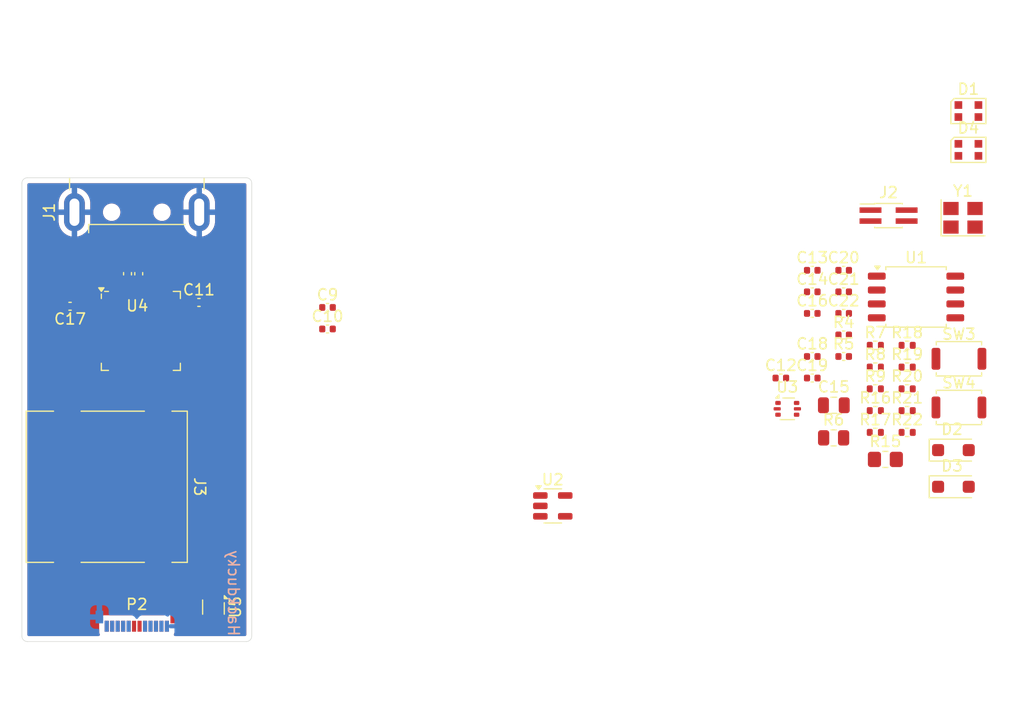
<source format=kicad_pcb>
(kicad_pcb (version 20241229) (generator "pcbnew") (generator_version "9.0")
  (layers (0 "F.Cu" signal) (2 "B.Cu" signal) (13 "F.Paste" user) (15 "B.Paste" user) (5 "F.SilkS" user "F.Silkscreen") (7 "B.SilkS" user "B.Silkscreen") (1 "F.Mask" user) (3 "B.Mask" user) (25 "Edge.Cuts" user))
  (net 0 "")
  (net 1 "GND")
  (net 2 "+1V1")
  (net 3 "+3V3")
  (net 4 "X+")
  (net 5 "X-")
  (net 6 "+5V")
  (net 8 "GP25")
  (net 9 "D+")
  (net 10 "D-")
  (net 11 "Net-(J3-DAT1)")
  (net 12 "Net-(D2-A)")
  (net 13 "Net-(D3-A)")
  (net 14 "Net-(J3-DAT2)")
  (net 18 "Net-(P2-VCONN)")
  (net 19 "Net-(P2-CC)")
  (net 27 "Net-(U4-USB_DP)")
  (net 28 "QSPI_SS")
  (net 29 "Net-(R8-Pad1)")
  (net 30 "Net-(U4-USB_DM)")
  (net 31 "PUSH")
  (net 32 "QSPI_SD3")
  (net 33 "QSPI_SD0")
  (net 34 "QSPI_SD2")
  (net 35 "QSPI_SD1")
  (net 36 "QSPI_SCLK")
  (net 37 "GPIO23")
  (net 38 "GPIO26_ADC3")
  (net 39 "GPIO8")
  (net 40 "GPIO17")
  (net 41 "GPIO24")
  (net 42 "GPIO11")
  (net 43 "RUN")
  (net 44 "GPIO12")
  (net 45 "GPIO13")
  (net 46 "GPIO21")
  (net 47 "GPIO22")
  (net 48 "GPIO14")
  (net 49 "GPIO26_ADC0")
  (net 50 "SWD")
  (net 51 "GPIO9")
  (net 52 "GPIO6")
  (net 53 "GPIO26_ADC1")
  (net 54 "GPIO1")
  (net 55 "GPIO18")
  (net 56 "GPIO10")
  (net 57 "GPIO19")
  (net 58 "GPIO0")
  (net 59 "GPIO15")
  (net 60 "GPIO16")
  (net 61 "GPIO20")
  (net 62 "SWCLK")
  (net 63 "GPIO7")
  (net 64 "Net-(U2-EN)")
  (net 66 "DUPA-")
  (net 67 "DUPA+")
  (net 68 "SD_MISO")
  (net 69 "SD_MOSI")
  (net 70 "SD_CS")
  (net 71 "SD_CLK")
  (net 72 "DUPC-")
  (net 73 "DUPC+")
  (net 74 "Net-(C12-Pad1)")
  (footprint "Capacitor_SMD:C_0402_1005Metric" (layer "F.Cu") (at 145.835 79.06)
    (property "Reference" "C12" (at 0 -1.16 0) (layer "F.SilkS"))
    (property "Value" "15pF")
    (fp_line (start -0.107836 -0.36) (end 0.107836 -0.36) (stroke (width 0.12)) (layer "F.SilkS"))
    (fp_line (start -0.107836 0.36) (end 0.107836 0.36) (stroke (width 0.12)) (layer "F.SilkS"))
    (pad "1" smd roundrect (at -0.48 0) (size 0.56 0.62) (layers "F.Cu" "F.Mask" "F.Paste") (net 74 "Net-(C12-Pad1)"))
    (pad "2" smd roundrect (at 0.48 0) (size 0.56 0.62) (layers "F.Cu" "F.Mask" "F.Paste") (net 1 "GND"))
  )
  (footprint "Diode_SMD:D_SOD-123F" (layer "F.Cu") (at 161.6 89)
    (property "Reference" "D3" (at -0.127 -1.905 0) (layer "F.SilkS"))
    (property "Value" "MBR1020VL")
    (fp_line (start -2.21 -1) (end -2.21 1) (stroke (width 0.12)) (layer "F.SilkS"))
    (fp_line (start -2.21 -1) (end 1.65 -1) (stroke (width 0.12)) (layer "F.SilkS"))
    (fp_line (start -2.21 1) (end 1.65 1) (stroke (width 0.12)) (layer "F.SilkS"))
    (pad "1" smd roundrect (at -1.4 0) (size 1.1 1.1) (layers "F.Cu" "F.Mask" "F.Paste") (roundrect_rratio 0.2272727273) (net 6 "+5V"))
    (pad "2" smd roundrect (at 1.4 0) (size 1.1 1.1) (layers "F.Cu" "F.Mask" "F.Paste") (roundrect_rratio 0.2272727273) (net 13 "Net-(D3-A)"))
  )
  (footprint "Resistor_SMD:R_0402_1005Metric" (layer "F.Cu") (at 157.375 82.04)
    (property "Reference" "R21" (at 0 -1.17 0) (layer "F.SilkS"))
    (property "Value" "10k")
    (fp_line (start -0.153641 -0.38) (end 0.153641 -0.38) (stroke (width 0.12)) (layer "F.SilkS"))
    (fp_line (start -0.153641 0.38) (end 0.153641 0.38) (stroke (width 0.12)) (layer "F.SilkS"))
    (pad "1" smd roundrect (at -0.51 0) (size 0.54 0.64) (layers "F.Cu" "F.Mask" "F.Paste") (net 3 "+3V3"))
    (pad "2" smd roundrect (at 0.51 0) (size 0.54 0.64) (layers "F.Cu" "F.Mask" "F.Paste") (net 11 "Net-(J3-DAT1)"))
  )
  (footprint "Capacitor_SMD:C_0402_1005Metric" (layer "F.Cu") (at 80.9 72.5 180)
    (property "Reference" "C17" (at 0 -1.16 0) (layer "F.SilkS"))
    (property "Value" "100nF")
    (fp_line (start -0.107836 0.36) (end 0.107836 0.36) (stroke (width 0.12)) (layer "F.SilkS"))
    (fp_line (start -0.107836 -0.36) (end 0.107836 -0.36) (stroke (width 0.12)) (layer "F.SilkS"))
    (pad "1" smd roundrect (at -0.48 0 180) (size 0.56 0.62) (layers "F.Cu" "F.Mask" "F.Paste") (net 3 "+3V3"))
    (pad "2" smd roundrect (at 0.48 0 180) (size 0.56 0.62) (layers "F.Cu" "F.Mask" "F.Paste") (net 1 "GND"))
  )
  (footprint "Connector_PinHeader_1.00mm:PinHeader_2x02_P1.00mm_Vertical_SMD" (layer "F.Cu") (at 155.675 64.21)
    (property "Reference" "J2" (at 0 -2.11 0) (layer "F.SilkS"))
    (property "Value" "Conn_02x02_Top_Bottom")
    (fp_line (start -2.59 -1.06) (end -1.26 -1.06) (stroke (width 0.12)) (layer "F.SilkS"))
    (fp_line (start -1.26 -1.11) (end -1.26 -1.06) (stroke (width 0.12)) (layer "F.SilkS"))
    (fp_line (start -1.26 -1.11) (end 1.26 -1.11) (stroke (width 0.12)) (layer "F.SilkS"))
    (fp_line (start -1.26 1.06) (end -1.26 1.11) (stroke (width 0.12)) (layer "F.SilkS"))
    (fp_line (start -1.26 1.11) (end 1.26 1.11) (stroke (width 0.12)) (layer "F.SilkS"))
    (fp_line (start 1.26 -1.11) (end 1.26 -1.06) (stroke (width 0.12)) (layer "F.SilkS"))
    (fp_line (start 1.26 1.06) (end 1.26 1.11) (stroke (width 0.12)) (layer "F.SilkS"))
    (pad "1" smd rect (at -1.65 -0.5) (size 2 0.5) (layers "F.Cu" "F.Mask" "F.Paste") (net 37 "GPIO23"))
    (pad "2" smd rect (at 1.65 -0.5) (size 2 0.5) (layers "F.Cu" "F.Mask" "F.Paste") (net 47 "GPIO22"))
    (pad "3" smd rect (at -1.65 0.5) (size 2 0.5) (layers "F.Cu" "F.Mask" "F.Paste") (net 41 "GPIO24"))
    (pad "4" smd rect (at 1.65 0.5) (size 2 0.5) (layers "F.Cu" "F.Mask" "F.Paste") (net 46 "GPIO21"))
  )
  (footprint "Resistor_SMD:R_0805_2012Metric" (layer "F.Cu") (at 150.655 84.53)
    (property "Reference" "R6" (at 0 -1.65 0) (layer "F.SilkS"))
    (property "Value" "5.1K")
    (fp_line (start -0.227064 -0.735) (end 0.227064 -0.735) (stroke (width 0.12)) (layer "F.SilkS"))
    (fp_line (start -0.227064 0.735) (end 0.227064 0.735) (stroke (width 0.12)) (layer "F.SilkS"))
    (pad "1" smd roundrect (at -0.9125 0) (size 1.025 1.4) (layers "F.Cu" "F.Mask" "F.Paste") (roundrect_rratio 0.243902) (net 6 "+5V"))
    (pad "2" smd roundrect (at 0.9125 0) (size 1.025 1.4) (layers "F.Cu" "F.Mask" "F.Paste") (roundrect_rratio 0.243902) (net 64 "Net-(U2-EN)"))
  )
  (footprint "Resistor_SMD:R_0402_1005Metric" (layer "F.Cu") (at 154.465 76.07)
    (property "Reference" "R7" (at 0 -1.17 0) (layer "F.SilkS"))
    (property "Value" "27.4")
    (fp_line (start -0.153641 -0.38) (end 0.153641 -0.38) (stroke (width 0.12)) (layer "F.SilkS"))
    (fp_line (start -0.153641 0.38) (end 0.153641 0.38) (stroke (width 0.12)) (layer "F.SilkS"))
    (pad "1" smd roundrect (at -0.51 0) (size 0.54 0.64) (layers "F.Cu" "F.Mask" "F.Paste") (net 27 "Net-(U4-USB_DP)"))
    (pad "2" smd roundrect (at 0.51 0) (size 0.54 0.64) (layers "F.Cu" "F.Mask" "F.Paste") (net 9 "D+"))
  )
  (footprint "Diode_SMD:D_SOD-123F" (layer "F.Cu") (at 161.6 85.65)
    (property "Reference" "D2" (at -0.127 -1.905 0) (layer "F.SilkS"))
    (property "Value" "MBR1020VL")
    (fp_line (start -2.21 -1) (end -2.21 1) (stroke (width 0.12)) (layer "F.SilkS"))
    (fp_line (start -2.21 -1) (end 1.65 -1) (stroke (width 0.12)) (layer "F.SilkS"))
    (fp_line (start -2.21 1) (end 1.65 1) (stroke (width 0.12)) (layer "F.SilkS"))
    (pad "1" smd roundrect (at -1.4 0) (size 1.1 1.1) (layers "F.Cu" "F.Mask" "F.Paste") (roundrect_rratio 0.2272727273) (net 6 "+5V"))
    (pad "2" smd roundrect (at 1.4 0) (size 1.1 1.1) (layers "F.Cu" "F.Mask" "F.Paste") (roundrect_rratio 0.2272727273) (net 12 "Net-(D2-A)"))
  )
  (footprint "Capacitor_SMD:C_0402_1005Metric" (layer "F.Cu") (at 151.575 73.15)
    (property "Reference" "C22" (at 0 -1.16 0) (layer "F.SilkS"))
    (property "Value" "100n")
    (fp_line (start -0.107836 -0.36) (end 0.107836 -0.36) (stroke (width 0.12)) (layer "F.SilkS"))
    (fp_line (start -0.107836 0.36) (end 0.107836 0.36) (stroke (width 0.12)) (layer "F.SilkS"))
    (pad "1" smd roundrect (at -0.48 0) (size 0.56 0.62) (layers "F.Cu" "F.Mask" "F.Paste") (net 3 "+3V3"))
    (pad "2" smd roundrect (at 0.48 0) (size 0.56 0.62) (layers "F.Cu" "F.Mask" "F.Paste") (net 1 "GND"))
  )
  (footprint "Button_Switch_SMD:SW_Push_SPST_NO_Alps_SKRK" (layer "F.Cu") (at 162.105 77.3)
    (property "Reference" "SW3" (at 0 -2.25 0) (layer "F.SilkS"))
    (property "Value" "BOOT_SEL")
    (fp_line (start -2.07 -1.57) (end 2.07 -1.57) (stroke (width 0.12)) (layer "F.SilkS"))
    (fp_line (start -2.07 -1.27) (end -2.07 -1.57) (stroke (width 0.12)) (layer "F.SilkS"))
    (fp_line (start -2.07 1.57) (end -2.07 1.27) (stroke (width 0.12)) (layer "F.SilkS"))
    (fp_line (start 2.07 -1.57) (end 2.07 -1.27) (stroke (width 0.12)) (layer "F.SilkS"))
    (fp_line (start 2.07 1.27) (end 2.07 1.57) (stroke (width 0.12)) (layer "F.SilkS"))
    (fp_line (start 2.07 1.57) (end -2.07 1.57) (stroke (width 0.12)) (layer "F.SilkS"))
    (pad "1" smd roundrect (at -2.1 0) (size 0.8 2) (layers "F.Cu" "F.Mask" "F.Paste") (net 1 "GND"))
    (pad "2" smd roundrect (at 2.1 0) (size 0.8 2) (layers "F.Cu" "F.Mask" "F.Paste") (net 29 "Net-(R8-Pad1)"))
  )
  (footprint "Capacitor_SMD:C_0402_1005Metric" (layer "F.Cu") (at 151.575 69.21)
    (property "Reference" "C20" (at 0 -1.16 0) (layer "F.SilkS"))
    (property "Value" "100nF")
    (fp_line (start -0.107836 -0.36) (end 0.107836 -0.36) (stroke (width 0.12)) (layer "F.SilkS"))
    (fp_line (start -0.107836 0.36) (end 0.107836 0.36) (stroke (width 0.12)) (layer "F.SilkS"))
    (pad "1" smd roundrect (at -0.48 0) (size 0.56 0.62) (layers "F.Cu" "F.Mask" "F.Paste") (net 3 "+3V3"))
    (pad "2" smd roundrect (at 0.48 0) (size 0.56 0.62) (layers "F.Cu" "F.Mask" "F.Paste") (net 1 "GND"))
  )
  (footprint "Resistor_SMD:R_0402_1005Metric" (layer "F.Cu") (at 157.375 80.05)
    (property "Reference" "R20" (at 0 -1.17 0) (layer "F.SilkS"))
    (property "Value" "10k")
    (fp_line (start -0.153641 -0.38) (end 0.153641 -0.38) (stroke (width 0.12)) (layer "F.SilkS"))
    (fp_line (start -0.153641 0.38) (end 0.153641 0.38) (stroke (width 0.12)) (layer "F.SilkS"))
    (pad "1" smd roundrect (at -0.51 0) (size 0.54 0.64) (layers "F.Cu" "F.Mask" "F.Paste") (net 3 "+3V3"))
    (pad "2" smd roundrect (at 0.51 0) (size 0.54 0.64) (layers "F.Cu" "F.Mask" "F.Paste") (net 68 "SD_MISO"))
  )
  (footprint "Package_TO_SOT_SMD:SOT-666" (layer "F.Cu") (at 94 100 -90)
    (property "Reference" "U5" (at 0 -2 90) (layer "F.SilkS"))
    (property "Value" "USBLC6-2P6")
    (fp_line (start 0.65 0.99) (end -0.65 0.99) (stroke (width 0.12)) (layer "F.SilkS"))
    (fp_line (start 0.65 -0.99) (end -0.4 -0.99) (stroke (width 0.12)) (layer "F.SilkS"))
    (fp_poly (pts (xy -0.77 -0.99) (xy -1.05 -0.99) (xy -0.77 -1.27) (xy -0.77 -0.99)) (stroke (width 0.12)) (fill yes) (layer "F.SilkS"))
    (pad "1" smd roundrect (at -0.85 -0.5375 270) (size 0.5 0.375) (layers "F.Cu" "F.Mask" "F.Paste") (net 9 "D+"))
    (pad "2" smd roundrect (at -0.925 0 270) (size 0.65 0.3) (layers "F.Cu" "F.Mask" "F.Paste") (net 1 "GND"))
    (pad "3" smd roundrect (at -0.85 0.5375 270) (size 0.5 0.375) (layers "F.Cu" "F.Mask" "F.Paste") (net 73 "DUPC+"))
    (pad "4" smd roundrect (at 0.85 0.5375 270) (size 0.5 0.375) (layers "F.Cu" "F.Mask" "F.Paste") (net 72 "DUPC-"))
    (pad "5" smd roundrect (at 0.925 0 270) (size 0.65 0.3) (layers "F.Cu" "F.Mask" "F.Paste") (net 6 "+5V"))
    (pad "6" smd roundrect (at 0.85 -0.5375 270) (size 0.5 0.375) (layers "F.Cu" "F.Mask" "F.Paste") (net 10 "D-"))
  )
  (footprint "Connector_Card:microSD_HC_Molex_47219-2001" (layer "F.Cu") (at 84.25 89 -90)
    (property "Reference" "J3" (at 0 -8.5 270) (layer "F.SilkS"))
    (property "Value" "Micro_SD_Card")
    (fp_line (start -6.91 7.36) (end 6.91 7.36) (stroke (width 0.12)) (layer "F.SilkS"))
    (fp_line (start -6.91 4.86) (end -6.91 7.36) (stroke (width 0.12)) (layer "F.SilkS"))
    (fp_line (start 6.91 4.86) (end 6.91 7.36) (stroke (width 0.12)) (layer "F.SilkS"))
    (fp_line (start -6.91 2.34) (end -6.91 -3.44) (stroke (width 0.12)) (layer "F.SilkS"))
    (fp_line (start 6.91 -3.44) (end 6.91 2.34) (stroke (width 0.12)) (layer "F.SilkS"))
    (fp_line (start -6.91 -7.36) (end -6.91 -5.96) (stroke (width 0.12)) (layer "F.SilkS"))
    (fp_line (start -6.91 -7.36) (end 6.91 -7.36) (stroke (width 0.12)) (layer "F.SilkS"))
    (fp_line (start 6.91 -7.36) (end 6.91 -5.96) (stroke (width 0.12)) (layer "F.SilkS"))
    (pad "1" smd rect (at -3.205 -2.1 270) (size 0.8 1.5) (layers "F.Cu" "F.Mask" "F.Paste") (net 14 "Net-(J3-DAT2)"))
    (pad "2" smd rect (at -2.105 -2.1 270) (size 0.8 1.5) (layers "F.Cu" "F.Mask" "F.Paste") (net 70 "SD_CS"))
    (pad "3" smd rect (at -1.005 -2.1 270) (size 0.8 1.5) (layers "F.Cu" "F.Mask" "F.Paste") (net 69 "SD_MOSI"))
    (pad "4" smd rect (at 0.095 -2.1 270) (size 0.8 1.5) (layers "F.Cu" "F.Mask" "F.Paste") (net 3 "+3V3"))
    (pad "5" smd rect (at 1.195 -2.1 270) (size 0.8 1.5) (layers "F.Cu" "F.Mask" "F.Paste") (net 71 "SD_CLK"))
    (pad "6" smd rect (at 2.295 -2.1 270) (size 0.8 1.5) (layers "F.Cu" "F.Mask" "F.Paste") (net 1 "GND"))
    (pad "7" smd rect (at 3.395 -2.1 270) (size 0.8 1.5) (layers "F.Cu" "F.Mask" "F.Paste") (net 68 "SD_MISO"))
    (pad "8" smd rect (at 4.495 -2.1 270) (size 0.8 1.5) (layers "F.Cu" "F.Mask" "F.Paste") (net 11 "Net-(J3-DAT1)"))
    (pad "9" smd roundrect (at -6.875 -4.7 270) (size 1.45 2) (layers "F.Cu" "F.Mask" "F.Paste") (net 1 "GND"))
    (pad "9" smd roundrect (at -6.875 3.6 270) (size 1.45 2) (layers "F.Cu" "F.Mask" "F.Paste") (net 1 "GND"))
    (pad "9" smd roundrect (at 6.875 -4.7 270) (size 1.45 2) (layers "F.Cu" "F.Mask" "F.Paste") (net 1 "GND"))
    (pad "9" smd roundrect (at 6.875 3.6 270) (size 1.45 2) (layers "F.Cu" "F.Mask" "F.Paste") (net 1 "GND"))
  )
  (footprint "Capacitor_SMD:C_0402_1005Metric" (layer "F.Cu") (at 151.575 71.18)
    (property "Reference" "C21" (at 0 -1.16 0) (layer "F.SilkS"))
    (property "Value" "100nF")
    (fp_line (start -0.107836 -0.36) (end 0.107836 -0.36) (stroke (width 0.12)) (layer "F.SilkS"))
    (fp_line (start -0.107836 0.36) (end 0.107836 0.36) (stroke (width 0.12)) (layer "F.SilkS"))
    (pad "1" smd roundrect (at -0.48 0) (size 0.56 0.62) (layers "F.Cu" "F.Mask" "F.Paste") (net 3 "+3V3"))
    (pad "2" smd roundrect (at 0.48 0) (size 0.56 0.62) (layers "F.Cu" "F.Mask" "F.Paste") (net 1 "GND"))
  )
  (footprint "Capacitor_SMD:C_0402_1005Metric" (layer "F.Cu") (at 148.705 69.21)
    (property "Reference" "C13" (at 0 -1.16 0) (layer "F.SilkS"))
    (property "Value" "15pF")
    (fp_line (start -0.107836 -0.36) (end 0.107836 -0.36) (stroke (width 0.12)) (layer "F.SilkS"))
    (fp_line (start -0.107836 0.36) (end 0.107836 0.36) (stroke (width 0.12)) (layer "F.SilkS"))
    (pad "1" smd roundrect (at -0.48 0) (size 0.56 0.62) (layers "F.Cu" "F.Mask" "F.Paste") (net 4 "X+"))
    (pad "2" smd roundrect (at 0.48 0) (size 0.56 0.62) (layers "F.Cu" "F.Mask" "F.Paste") (net 1 "GND"))
  )
  (footprint "Connector_USB:USB_C_Plug_Molex_105444" (layer "F.Cu") (at 87 101.79 180)
    (property "Reference" "P2" (at 0 2.04 0) (layer "F.SilkS"))
    (property "Value" "USB_C_Plug")
    (pad "A1" smd rect (at -2.75 0.04 180) (size 0.38 1) (layers "F.Cu" "F.Mask" "F.Paste") (net 1 "GND"))
    (pad "A2" smd rect (at -2.25 0.04 180) (size 0.38 1) (layers "F.Cu" "F.Mask" "F.Paste"))
    (pad "A3" smd rect (at -1.75 0.04 180) (size 0.38 1) (layers "F.Cu" "F.Mask" "F.Paste"))
    (pad "A4" smd rect (at -1.25 0.04 180) (size 0.38 1) (layers "F.Cu" "F.Mask" "F.Paste") (net 12 "Net-(D2-A)"))
    (pad "A5" smd rect (at -0.75 0.04 180) (size 0.38 1) (layers "F.Cu" "F.Mask" "F.Paste") (net 19 "Net-(P2-CC)"))
    (pad "A6" smd rect (at -0.25 0.04 180) (size 0.38 1) (layers "F.Cu" "F.Mask" "F.Paste") (net 73 "DUPC+"))
    (pad "A7" smd rect (at 0.25 0.04 180) (size 0.38 1) (layers "F.Cu" "F.Mask" "F.Paste") (net 72 "DUPC-"))
    (pad "A8" smd rect (at 0.75 0.04 180) (size 0.38 1) (layers "F.Cu" "F.Mask" "F.Paste"))
    (pad "A9" smd rect (at 1.25 0.04 180) (size 0.38 1) (layers "F.Cu" "F.Mask" "F.Paste") (net 12 "Net-(D2-A)"))
    (pad "A10" smd rect (at 1.75 0.04 180) (size 0.38 1) (layers "F.Cu" "F.Mask" "F.Paste"))
    (pad "A11" smd rect (at 2.25 0.04 180) (size 0.38 1) (layers "F.Cu" "F.Mask" "F.Paste"))
    (pad "A12" smd rect (at 2.75 0.04 180) (size 0.38 1) (layers "F.Cu" "F.Mask" "F.Paste") (net 1 "GND"))
    (pad "B1" smd rect (at 2.75 0.04 180) (size 0.38 1) (layers "B.Cu" "B.Mask" "B.Paste") (net 1 "GND"))
    (pad "B2" smd rect (at 2.25 0.04 180) (size 0.38 1) (layers "B.Cu" "B.Mask" "B.Paste"))
    (pad "B3" smd rect (at 1.75 0.04 180) (size 0.38 1) (layers "B.Cu" "B.Mask" "B.Paste"))
    (pad "B4" smd rect (at 1.25 0.04 180) (size 0.38 1) (layers "B.Cu" "B.Mask" "B.Paste") (net 12 "Net-(D2-A)"))
    (pad "B5" smd rect (at 0.75 0.04 180) (size 0.38 1) (layers "B.Cu" "B.Mask" "B.Paste") (net 18 "Net-(P2-VCONN)"))
    (pad "B8" smd rect (at -0.75 0.04 180) (size 0.38 1) (layers "B.Cu" "B.Mask" "B.Paste"))
    (pad "B9" smd rect (at -1.25 0.04 180) (size 0.38 1) (layers "B.Cu" "B.Mask" "B.Paste") (net 12 "Net-(D2-A)"))
    (pad "B10" smd rect (at -1.75 0.04 180) (size 0.38 1) (layers "B.Cu" "B.Mask" "B.Paste"))
    (pad "B11" smd rect (at -2.25 0.04 180) (size 0.38 1) (layers "B.Cu" "B.Mask" "B.Paste"))
    (pad "B12" smd rect (at -2.75 0.04 180) (size 0.38 1) (layers "B.Cu" "B.Mask" "B.Paste") (net 1 "GND"))
    (pad "S1" smd rect (at -3.42 0.88 180) (size 0.7 1.15) (layers "F.Cu" "F.Mask" "F.Paste") (net 1 "GND"))
    (pad "S1" smd rect (at 3.42 0.88 180) (size 0.7 1.15) (layers "B.Cu" "B.Mask" "B.Paste") (net 1 "GND"))
  )
  (footprint "Resistor_SMD:R_0402_1005Metric" (layer "F.Cu") (at 154.465 84.03)
    (property "Reference" "R17" (at 0 -1.17 0) (layer "F.SilkS"))
    (property "Value" "10k")
    (fp_line (start -0.153641 -0.38) (end 0.153641 -0.38) (stroke (width 0.12)) (layer "F.SilkS"))
    (fp_line (start -0.153641 0.38) (end 0.153641 0.38) (stroke (width 0.12)) (layer "F.SilkS"))
    (pad "1" smd roundrect (at -0.51 0) (size 0.54 0.64) (layers "F.Cu" "F.Mask" "F.Paste") (net 3 "+3V3"))
    (pad "2" smd roundrect (at 0.51 0) (size 0.54 0.64) (layers "F.Cu" "F.Mask" "F.Paste") (net 70 "SD_CS"))
  )
  (footprint "Capacitor_SMD:C_0402_1005Metric" (layer "F.Cu") (at 92.675 72.15)
    (property "Reference" "C11" (at 0 -1.16 0) (layer "F.SilkS"))
    (property "Value" "100nF")
    (fp_line (start -0.107836 -0.36) (end 0.107836 -0.36) (stroke (width 0.12)) (layer "F.SilkS"))
    (fp_line (start -0.107836 0.36) (end 0.107836 0.36) (stroke (width 0.12)) (layer "F.SilkS"))
    (pad "1" smd roundrect (at -0.48 0) (size 0.56 0.62) (layers "F.Cu" "F.Mask" "F.Paste") (net 3 "+3V3"))
    (pad "2" smd roundrect (at 0.48 0) (size 0.56 0.62) (layers "F.Cu" "F.Mask" "F.Paste") (net 1 "GND"))
  )
  (footprint "Crystal:Crystal_SMD_Abracon_ABM8G-4Pin_3.2x2.5mm" (layer "F.Cu") (at 162.475 64.41)
    (property "Reference" "Y1" (at 0 -2.45 0) (layer "F.SilkS"))
    (property "Value" "Crystal_GND24")
    (fp_line (start -2 -1.65) (end -2 1.65) (stroke (width 0.12)) (layer "F.SilkS"))
    (fp_line (start -2 1.65) (end 2 1.65) (stroke (width 0.12)) (layer "F.SilkS"))
    (pad "1" smd rect (at -1.1 0.85) (size 1.4 1.2) (layers "F.Cu" "F.Mask" "F.Paste") (net 4 "X+"))
    (pad "2" smd rect (at 1.1 0.85) (size 1.4 1.2) (layers "F.Cu" "F.Mask" "F.Paste") (net 1 "GND"))
    (pad "3" smd rect (at 1.1 -0.85) (size 1.4 1.2) (layers "F.Cu" "F.Mask" "F.Paste") (net 74 "Net-(C12-Pad1)"))
    (pad "4" smd rect (at -1.1 -0.85) (size 1.4 1.2) (layers "F.Cu" "F.Mask" "F.Paste") (net 1 "GND"))
  )
  (footprint "LED_SMD:LED_WS2812B-2020_PLCC4_2.0x2.0mm" (layer "F.Cu") (at 162.97 58.2)
    (property "Reference" "D4" (at 0 -2 0) (layer "F.SilkS"))
    (property "Value" "WS2812B")
    (fp_line (start -1.6 1.15) (end -1.6 -0.85) (stroke (width 0.12)) (layer "F.SilkS"))
    (fp_line (start -1.6 1.15) (end 1.6 1.15) (stroke (width 0.12)) (layer "F.SilkS"))
    (fp_line (start -1.3 -1.15) (end -1.6 -0.85) (stroke (width 0.12)) (layer "F.SilkS"))
    (fp_line (start -1.3 -1.15) (end 1.6 -1.15) (stroke (width 0.12)) (layer "F.SilkS"))
    (fp_line (start 1.6 -1.15) (end 1.6 1.15) (stroke (width 0.12)) (layer "F.SilkS"))
    (pad "1" smd rect (at -0.915 -0.55) (size 0.7 0.7) (layers "F.Cu" "F.Mask" "F.Paste") (net 1 "GND"))
    (pad "2" smd rect (at -0.915 0.55) (size 0.7 0.7) (layers "F.Cu" "F.Mask" "F.Paste") (net 42 "GPIO11"))
    (pad "3" smd rect (at 0.915 0.55) (size 0.7 0.7) (layers "F.Cu" "F.Mask" "F.Paste") (net 6 "+5V"))
    (pad "4" smd rect (at 0.915 -0.55) (size 0.7 0.7) (layers "F.Cu" "F.Mask" "F.Paste"))
  )
  (footprint "Connector_USB:USB_A_CNCTech_1001-011-01101_Horizontal" (layer "F.Cu") (at 87 57 90)
    (property "Reference" "J1" (at -6.9 -8 90) (layer "F.SilkS"))
    (property "Value" "USB_A")
    (fp_line (start -4.85 -6.145) (end -3.8 -6.145) (stroke (width 0.12)) (layer "F.SilkS"))
    (fp_line (start -8.02 -4.4) (end -8.775 -4.4) (stroke (width 0.12)) (layer "F.SilkS"))
    (fp_line (start -8.02 -4.4) (end -8.02 4.4) (stroke (width 0.12)) (layer "F.SilkS"))
    (fp_line (start -4.85 6.145) (end -3.8 6.145) (stroke (width 0.12)) (layer "F.SilkS"))
    (pad "" np_thru_hole circle (at -6.9 -2.3 90) (size 1.1 1.1) (drill 1.1) (layers "*.Cu" "*.Mask"))
    (pad "" np_thru_hole circle (at -6.9 2.3 90) (size 1.1 1.1) (drill 1.1) (layers "*.Cu" "*.Mask"))
    (pad "1" smd rect (at -9.65 -3.5 90) (size 2.5 1.1) (layers "F.Cu" "F.Mask" "F.Paste") (net 13 "Net-(D3-A)"))
    (pad "2" smd rect (at -9.65 -1 90) (size 2.5 1.1) (layers "F.Cu" "F.Mask" "F.Paste") (net 66 "DUPA-"))
    (pad "3" smd rect (at -9.65 1 90) (size 2.5 1.1) (layers "F.Cu" "F.Mask" "F.Paste") (net 67 "DUPA+"))
    (pad "4" smd rect (at -9.65 3.5 90) (size 2.5 1.1) (layers "F.Cu" "F.Mask" "F.Paste") (net 1 "GND"))
    (pad "5" thru_hole oval (at -6.9 -5.7 90) (size 3.5 1.9) (drill oval 2.5 0.9) (property pad_prop_heatsink) (layers "*.Cu" "*.Mask") (net 1 "GND"))
    (pad "5" thru_hole oval (at -6.9 5.7 90) (size 3.5 1.9) (drill oval 2.5 0.9) (property pad_prop_heatsink) (layers "*.Cu" "*.Mask") (net 1 "GND"))
  )
  (footprint "Capacitor_SMD:C_0402_1005Metric" (layer "F.Cu") (at 151.575 75.12)
    (property "Reference" "R4" (at 0 -1.16 0) (layer "F.SilkS"))
    (property "Value" "5.1K")
    (fp_line (start -0.107836 -0.36) (end 0.107836 -0.36) (stroke (width 0.12)) (layer "F.SilkS"))
    (fp_line (start -0.107836 0.36) (end 0.107836 0.36) (stroke (width 0.12)) (layer "F.SilkS"))
    (pad "1" smd roundrect (at -0.48 0) (size 0.56 0.62) (layers "F.Cu" "F.Mask" "F.Paste") (net 19 "Net-(P2-CC)"))
    (pad "2" smd roundrect (at 0.48 0) (size 0.56 0.62) (layers "F.Cu" "F.Mask" "F.Paste") (net 1 "GND"))
  )
  (footprint "Resistor_SMD:R_0805_2012Metric_Pad1.20x1.40mm_HandSolder" (layer "F.Cu") (at 155.385 86.5)
    (property "Reference" "R15" (at 0 -1.65 0) (layer "F.SilkS"))
    (property "Value" "DNF")
    (fp_line (start -0.227064 -0.735) (end 0.227064 -0.735) (stroke (width 0.12)) (layer "F.SilkS"))
    (fp_line (start -0.227064 0.735) (end 0.227064 0.735) (stroke (width 0.12)) (layer "F.SilkS"))
    (pad "1" smd roundrect (at -1 0) (size 1.2 1.4) (layers "F.Cu" "F.Mask" "F.Paste") (roundrect_rratio 0.208333) (net 3 "+3V3"))
    (pad "2" smd roundrect (at 1 0) (size 1.2 1.4) (layers "F.Cu" "F.Mask" "F.Paste") (roundrect_rratio 0.208333) (net 28 "QSPI_SS"))
  )
  (footprint "Capacitor_SMD:C_0402_1005Metric" (layer "F.Cu") (at 104.42 74.575)
    (property "Reference" "C10" (at 0 -1.16 0) (layer "F.SilkS"))
    (property "Value" "1uF")
    (fp_line (start -0.107836 -0.36) (end 0.107836 -0.36) (stroke (width 0.12)) (layer "F.SilkS"))
    (fp_line (start -0.107836 0.36) (end 0.107836 0.36) (stroke (width 0.12)) (layer "F.SilkS"))
    (pad "1" smd roundrect (at -0.48 0) (size 0.56 0.62) (layers "F.Cu" "F.Mask" "F.Paste") (net 3 "+3V3"))
    (pad "2" smd roundrect (at 0.48 0) (size 0.56 0.62) (layers "F.Cu" "F.Mask" "F.Paste") (net 1 "GND"))
  )
  (footprint "LED_SMD:LED_WS2812B-2020_PLCC4_2.0x2.0mm" (layer "F.Cu") (at 162.97 54.65)
    (property "Reference" "D1" (at 0 -2 0) (layer "F.SilkS"))
    (property "Value" "WS2812B")
    (fp_line (start -1.6 1.15) (end -1.6 -0.85) (stroke (width 0.12)) (layer "F.SilkS"))
    (fp_line (start -1.6 1.15) (end 1.6 1.15) (stroke (width 0.12)) (layer "F.SilkS"))
    (fp_line (start -1.3 -1.15) (end -1.6 -0.85) (stroke (width 0.12)) (layer "F.SilkS"))
    (fp_line (start -1.3 -1.15) (end 1.6 -1.15) (stroke (width 0.12)) (layer "F.SilkS"))
    (fp_line (start 1.6 -1.15) (end 1.6 1.15) (stroke (width 0.12)) (layer "F.SilkS"))
    (pad "1" smd rect (at -0.915 -0.55) (size 0.7 0.7) (layers "F.Cu" "F.Mask" "F.Paste") (net 1 "GND"))
    (pad "2" smd rect (at -0.915 0.55) (size 0.7 0.7) (layers "F.Cu" "F.Mask" "F.Paste") (net 8 "GP25"))
    (pad "3" smd rect (at 0.915 0.55) (size 0.7 0.7) (layers "F.Cu" "F.Mask" "F.Paste") (net 6 "+5V"))
    (pad "4" smd rect (at 0.915 -0.55) (size 0.7 0.7) (layers "F.Cu" "F.Mask" "F.Paste"))
  )
  (footprint "Capacitor_SMD:C_0805_2012Metric" (layer "F.Cu") (at 150.675 81.55)
    (property "Reference" "C15" (at 0 -1.68 0) (layer "F.SilkS"))
    (property "Value" "1uF")
    (fp_line (start -0.261252 -0.735) (end 0.261252 -0.735) (stroke (width 0.12)) (layer "F.SilkS"))
    (fp_line (start -0.261252 0.735) (end 0.261252 0.735) (stroke (width 0.12)) (layer "F.SilkS"))
    (pad "1" smd roundrect (at -0.95 0) (size 1 1.45) (layers "F.Cu" "F.Mask" "F.Paste") (net 1 "GND"))
    (pad "2" smd roundrect (at 0.95 0) (size 1 1.45) (layers "F.Cu" "F.Mask" "F.Paste") (net 3 "+3V3"))
  )
  (footprint "Capacitor_SMD:C_0402_1005Metric" (layer "F.Cu") (at 151.575 77.09)
    (property "Reference" "R5" (at 0 -1.16 0) (layer "F.SilkS"))
    (property "Value" "5.1K")
    (fp_line (start -0.107836 -0.36) (end 0.107836 -0.36) (stroke (width 0.12)) (layer "F.SilkS"))
    (fp_line (start -0.107836 0.36) (end 0.107836 0.36) (stroke (width 0.12)) (layer "F.SilkS"))
    (pad "1" smd roundrect (at -0.48 0) (size 0.56 0.62) (layers "F.Cu" "F.Mask" "F.Paste") (net 18 "Net-(P2-VCONN)"))
    (pad "2" smd roundrect (at 0.48 0) (size 0.56 0.62) (layers "F.Cu" "F.Mask" "F.Paste") (net 1 "GND"))
  )
  (footprint "Resistor_SMD:R_0402_1005Metric" (layer "F.Cu") (at 157.375 78.06)
    (property "Reference" "R19" (at 0 -1.17 0) (layer "F.SilkS"))
    (property "Value" "10k")
    (fp_line (start -0.153641 -0.38) (end 0.153641 -0.38) (stroke (width 0.12)) (layer "F.SilkS"))
    (fp_line (start -0.153641 0.38) (end 0.153641 0.38) (stroke (width 0.12)) (layer "F.SilkS"))
    (pad "1" smd roundrect (at -0.51 0) (size 0.54 0.64) (layers "F.Cu" "F.Mask" "F.Paste") (net 3 "+3V3"))
    (pad "2" smd roundrect (at 0.51 0) (size 0.54 0.64) (layers "F.Cu" "F.Mask" "F.Paste") (net 71 "SD_CLK"))
  )
  (footprint "Capacitor_SMD:C_0402_1005Metric" (layer "F.Cu") (at 148.705 79.06)
    (property "Reference" "C19" (at 0 -1.16 0) (layer "F.SilkS"))
    (property "Value" "100nF")
    (fp_line (start -0.107836 -0.36) (end 0.107836 -0.36) (stroke (width 0.12)) (layer "F.SilkS"))
    (fp_line (start -0.107836 0.36) (end 0.107836 0.36) (stroke (width 0.12)) (layer "F.SilkS"))
    (pad "1" smd roundrect (at -0.48 0) (size 0.56 0.62) (layers "F.Cu" "F.Mask" "F.Paste") (net 3 "+3V3"))
    (pad "2" smd roundrect (at 0.48 0) (size 0.56 0.62) (layers "F.Cu" "F.Mask" "F.Paste") (net 1 "GND"))
  )
  (footprint "Capacitor_SMD:C_0402_1005Metric" (layer "F.Cu") (at 104.42 72.605)
    (property "Reference" "C9" (at 0 -1.16 0) (layer "F.SilkS"))
    (property "Value" "1uF")
    (fp_line (start -0.107836 -0.36) (end 0.107836 -0.36) (stroke (width 0.12)) (layer "F.SilkS"))
    (fp_line (start -0.107836 0.36) (end 0.107836 0.36) (stroke (width 0.12)) (layer "F.SilkS"))
    (pad "1" smd roundrect (at -0.48 0) (size 0.56 0.62) (layers "F.Cu" "F.Mask" "F.Paste") (net 2 "+1V1"))
    (pad "2" smd roundrect (at 0.48 0) (size 0.56 0.62) (layers "F.Cu" "F.Mask" "F.Paste") (net 1 "GND"))
  )
  (footprint "Package_TO_SOT_SMD:SOT-23-5" (layer "F.Cu") (at 125 90.75)
    (property "Reference" "U2" (at 0 -2.4 0) (layer "F.SilkS"))
    (property "Value" "AP2112K-3.3")
    (fp_line (start 0 -1.56) (end -0.8 -1.56) (stroke (width 0.12)) (layer "F.SilkS"))
    (fp_line (start 0 -1.56) (end 0.8 -1.56) (stroke (width 0.12)) (layer "F.SilkS"))
    (fp_line (start 0 1.56) (end -0.8 1.56) (stroke (width 0.12)) (layer "F.SilkS"))
    (fp_line (start 0 1.56) (end 0.8 1.56) (stroke (width 0.12)) (layer "F.SilkS"))
    (fp_poly (pts (xy -1.3 -1.51) (xy -1.54 -1.84) (xy -1.06 -1.84)) (stroke (width 0.12)) (fill yes) (layer "F.SilkS"))
    (pad "1" smd roundrect (at -1.1375 -0.95) (size 1.325 0.6) (layers "F.Cu" "F.Mask" "F.Paste") (net 6 "+5V"))
    (pad "2" smd roundrect (at -1.1375 0) (size 1.325 0.6) (layers "F.Cu" "F.Mask" "F.Paste") (net 1 "GND"))
    (pad "3" smd roundrect (at -1.1375 0.95) (size 1.325 0.6) (layers "F.Cu" "F.Mask" "F.Paste") (net 64 "Net-(U2-EN)"))
    (pad "4" smd roundrect (at 1.1375 0.95) (size 1.325 0.6) (layers "F.Cu" "F.Mask" "F.Paste"))
    (pad "5" smd roundrect (at 1.1375 -0.95) (size 1.325 0.6) (layers "F.Cu" "F.Mask" "F.Paste") (net 3 "+3V3"))
  )
  (footprint "Button_Switch_SMD:SW_Push_SPST_NO_Alps_SKRK" (layer "F.Cu") (at 162.105 81.75)
    (property "Reference" "SW4" (at 0 -2.25 0) (layer "F.SilkS"))
    (property "Value" "BOOT_SEL")
    (fp_line (start -2.07 -1.57) (end 2.07 -1.57) (stroke (width 0.12)) (layer "F.SilkS"))
    (fp_line (start -2.07 -1.27) (end -2.07 -1.57) (stroke (width 0.12)) (layer "F.SilkS"))
    (fp_line (start -2.07 1.57) (end -2.07 1.27) (stroke (width 0.12)) (layer "F.SilkS"))
    (fp_line (start 2.07 -1.57) (end 2.07 -1.27) (stroke (width 0.12)) (layer "F.SilkS"))
    (fp_line (start 2.07 1.27) (end 2.07 1.57) (stroke (width 0.12)) (layer "F.SilkS"))
    (fp_line (start 2.07 1.57) (end -2.07 1.57) (stroke (width 0.12)) (layer "F.SilkS"))
    (pad "1" smd roundrect (at -2.1 0) (size 0.8 2) (layers "F.Cu" "F.Mask" "F.Paste") (net 1 "GND"))
    (pad "2" smd roundrect (at 2.1 0) (size 0.8 2) (layers "F.Cu" "F.Mask" "F.Paste") (net 58 "GPIO0"))
  )
  (footprint "Package_DFN_QFN:QFN-56-1EP_7x7mm_P0.4mm_EP3.2x3.2mm" (layer "F.Cu") (at 87.368629 74.75)
    (property "Reference" "U4" (at -0.326239 -2.290057 0) (layer "F.SilkS"))
    (property "Value" "RP2040")
    (fp_line (start -3.61 -2.960001) (end -3.61 -3.37) (stroke (width 0.12)) (layer "F.SilkS"))
    (fp_line (start -3.61 3.61) (end -3.61 2.960001) (stroke (width 0.12)) (layer "F.SilkS"))
    (fp_line (start -2.960001 -3.61) (end -3.31 -3.61) (stroke (width 0.12)) (layer "F.SilkS"))
    (fp_line (start -2.960001 3.61) (end -3.61 3.61) (stroke (width 0.12)) (layer "F.SilkS"))
    (fp_line (start 2.960001 -3.61) (end 3.61 -3.61) (stroke (width 0.12)) (layer "F.SilkS"))
    (fp_line (start 2.960001 3.61) (end 3.61 3.61) (stroke (width 0.12)) (layer "F.SilkS"))
    (fp_line (start 3.61 -3.61) (end 3.61 -2.960001) (stroke (width 0.12)) (layer "F.SilkS"))
    (fp_line (start 3.61 3.61) (end 3.61 2.960001) (stroke (width 0.12)) (layer "F.SilkS"))
    (fp_poly (pts (xy -3.61 -3.61) (xy -3.85 -3.94) (xy -3.37 -3.94)) (stroke (width 0.12)) (fill yes) (layer "F.SilkS"))
    (pad "1" smd roundrect (at -3.4375 -2.6) (size 0.875 0.2) (layers "F.Cu" "F.Mask" "F.Paste") (net 3 "+3V3"))
    (pad "2" smd roundrect (at -3.4375 -2.199999) (size 0.875 0.2) (layers "F.Cu" "F.Mask" "F.Paste") (net 58 "GPIO0"))
    (pad "3" smd roundrect (at -3.4375 -1.8) (size 0.875 0.2) (layers "F.Cu" "F.Mask" "F.Paste") (net 54 "GPIO1"))
    (pad "4" smd roundrect (at -3.4375 -1.4) (size 0.875 0.2) (layers "F.Cu" "F.Mask" "F.Paste") (net 71 "SD_CLK"))
    (pad "5" smd roundrect (at -3.4375 -1) (size 0.875 0.2) (layers "F.Cu" "F.Mask" "F.Paste") (net 69 "SD_MOSI"))
    (pad "6" smd roundrect (at -3.4375 -0.600001) (size 0.875 0.2) (layers "F.Cu" "F.Mask" "F.Paste") (net 68 "SD_MISO"))
    (pad "7" smd roundrect (at -3.4375 -0.2) (size 0.875 0.2) (layers "F.Cu" "F.Mask" "F.Paste") (net 70 "SD_CS"))
    (pad "8" smd roundrect (at -3.4375 0.2) (size 0.875 0.2) (layers "F.Cu" "F.Mask" "F.Paste") (net 52 "GPIO6"))
    (pad "9" smd roundrect (at -3.4375 0.600001) (size 0.875 0.2) (layers "F.Cu" "F.Mask" "F.Paste") (net 63 "GPIO7"))
    (pad "10" smd roundrect (at -3.4375 1) (size 0.875 0.2) (layers "F.Cu" "F.Mask" "F.Paste") (net 3 "+3V3"))
    (pad "11" smd roundrect (at -3.4375 1.4) (size 0.875 0.2) (layers "F.Cu" "F.Mask" "F.Paste") (net 39 "GPIO8"))
    (pad "12" smd roundrect (at -3.4375 1.8) (size 0.875 0.2) (layers "F.Cu" "F.Mask" "F.Paste") (net 51 "GPIO9"))
    (pad "13" smd roundrect (at -3.4375 2.199999) (size 0.875 0.2) (layers "F.Cu" "F.Mask" "F.Paste") (net 56 "GPIO10"))
    (pad "14" smd roundrect (at -3.4375 2.6) (size 0.875 0.2) (layers "F.Cu" "F.Mask" "F.Paste") (net 42 "GPIO11"))
    (pad "15" smd roundrect (at -2.6 3.4375) (size 0.2 0.875) (layers "F.Cu" "F.Mask" "F.Paste") (net 44 "GPIO12"))
    (pad "16" smd roundrect (at -2.199999 3.4375) (size 0.2 0.875) (layers "F.Cu" "F.Mask" "F.Paste") (net 45 "GPIO13"))
    (pad "17" smd roundrect (at -1.8 3.4375) (size 0.2 0.875) (layers "F.Cu" "F.Mask" "F.Paste") (net 48 "GPIO14"))
    (pad "18" smd roundrect (at -1.4 3.4375) (size 0.2 0.875) (layers "F.Cu" "F.Mask" "F.Paste") (net 59 "GPIO15"))
    (pad "19" smd roundrect (at -1 3.4375) (size 0.2 0.875) (layers "F.Cu" "F.Mask" "F.Paste") (net 1 "GND"))
    (pad "20" smd roundrect (at -0.600001 3.4375) (size 0.2 0.875) (layers "F.Cu" "F.Mask" "F.Paste") (net 4 "X+"))
    (pad "21" smd roundrect (at -0.2 3.4375) (size 0.2 0.875) (layers "F.Cu" "F.Mask" "F.Paste") (net 5 "X-"))
    (pad "22" smd roundrect (at 0.2 3.4375) (size 0.2 0.875) (layers "F.Cu" "F.Mask" "F.Paste") (net 3 "+3V3"))
    (pad "23" smd roundrect (at 0.600001 3.4375) (size 0.2 0.875) (layers "F.Cu" "F.Mask" "F.Paste") (net 2 "+1V1"))
    (pad "24" smd roundrect (at 1 3.4375) (size 0.2 0.875) (layers "F.Cu" "F.Mask" "F.Paste") (net 62 "SWCLK"))
    (pad "25" smd roundrect (at 1.4 3.4375) (size 0.2 0.875) (layers "F.Cu" "F.Mask" "F.Paste") (net 50 "SWD"))
    (pad "26" smd roundrect (at 1.8 3.4375) (size 0.2 0.875) (layers "F.Cu" "F.Mask" "F.Paste") (net 43 "RUN"))
    (pad "27" smd roundrect (at 2.199999 3.4375) (size 0.2 0.875) (layers "F.Cu" "F.Mask" "F.Paste") (net 60 "GPIO16"))
    (pad "28" smd roundrect (at 2.6 3.4375) (size 0.2 0.875) (layers "F.Cu" "F.Mask" "F.Paste") (net 40 "GPIO17"))
    (pad "29" smd roundrect (at 3.4375 2.6) (size 0.875 0.2) (layers "F.Cu" "F.Mask" "F.Paste") (net 55 "GPIO18"))
    (pad "30" smd roundrect (at 3.4375 2.199999) (size 0.875 0.2) (layers "F.Cu" "F.Mask" "F.Paste") (net 57 "GPIO19"))
    (pad "31" smd roundrect (at 3.4375 1.8) (size 0.875 0.2) (layers "F.Cu" "F.Mask" "F.Paste") (net 61 "GPIO20"))
    (pad "32" smd roundrect (at 3.4375 1.4) (size 0.875 0.2) (layers "F.Cu" "F.Mask" "F.Paste") (net 46 "GPIO21"))
    (pad "33" smd roundrect (at 3.4375 1) (size 0.875 0.2) (layers "F.Cu" "F.Mask" "F.Paste") (net 3 "+3V3"))
    (pad "34" smd roundrect (at 3.4375 0.600001) (size 0.875 0.2) (layers "F.Cu" "F.Mask" "F.Paste") (net 47 "GPIO22"))
    (pad "35" smd roundrect (at 3.4375 0.2) (size 0.875 0.2) (layers "F.Cu" "F.Mask" "F.Paste") (net 37 "GPIO23"))
    (pad "36" smd roundrect (at 3.4375 -0.2) (size 0.875 0.2) (layers "F.Cu" "F.Mask" "F.Paste") (net 41 "GPIO24"))
    (pad "37" smd roundrect (at 3.4375 -0.600001) (size 0.875 0.2) (layers "F.Cu" "F.Mask" "F.Paste") (net 8 "GP25"))
    (pad "38" smd roundrect (at 3.4375 -1) (size 0.875 0.2) (layers "F.Cu" "F.Mask" "F.Paste") (net 49 "GPIO26_ADC0"))
    (pad "39" smd roundrect (at 3.4375 -1.4) (size 0.875 0.2) (layers "F.Cu" "F.Mask" "F.Paste") (net 53 "GPIO26_ADC1"))
    (pad "40" smd roundrect (at 3.4375 -1.8) (size 0.875 0.2) (layers "F.Cu" "F.Mask" "F.Paste") (net 31 "PUSH"))
    (pad "41" smd roundrect (at 3.4375 -2.199999) (size 0.875 0.2) (layers "F.Cu" "F.Mask" "F.Paste") (net 38 "GPIO26_ADC3"))
    (pad "42" smd roundrect (at 3.4375 -2.6) (size 0.875 0.2) (layers "F.Cu" "F.Mask" "F.Paste") (net 3 "+3V3"))
    (pad "43" smd roundrect (at 2.6 -3.4375) (size 0.2 0.875) (layers "F.Cu" "F.Mask" "F.Paste") (net 3 "+3V3"))
    (pad "44" smd roundrect (at 2.199999 -3.4375) (size 0.2 0.875) (layers "F.Cu" "F.Mask" "F.Paste") (net 3 "+3V3"))
    (pad "45" smd roundrect (at 1.8 -3.4375) (size 0.2 0.875) (layers "F.Cu" "F.Mask" "F.Paste") (net 2 "+1V1"))
    (pad "46" smd roundrect (at 1.4 -3.4375) (size 0.2 0.875) (layers "F.Cu" "F.Mask" "F.Paste") (net 30 "Net-(U4-USB_DM)"))
    (pad "47" smd roundrect (at 1 -3.4375) (size 0.2 0.875) (layers "F.Cu" "F.Mask" "F.Paste") (net 27 "Net-(U4-USB_DP)"))
    (pad "48" smd roundrect (at 0.600001 -3.4375) (size 0.2 0.875) (layers "F.Cu" "F.Mask" "F.Paste") (net 3 "+3V3"))
    (pad "49" smd roundrect (at 0.2 -3.4375) (size 0.2 0.875) (layers "F.Cu" "F.Mask" "F.Paste") (net 3 "+3V3"))
    (pad "50" smd roundrect (at -0.2 -3.4375) (size 0.2 0.875) (layers "F.Cu" "F.Mask" "F.Paste") (net 2 "+1V1"))
    (pad "51" smd roundrect (at -0.600001 -3.4375) (size 0.2 0.875) (layers "F.Cu" "F.Mask" "F.Paste") (net 32 "QSPI_SD3"))
    (pad "52" smd roundrect (at -1 -3.4375) (size 0.2 0.875) (layers "F.Cu" "F.Mask" "F.Paste") (net 36 "QSPI_SCLK"))
    (pad "53" smd roundrect (at -1.4 -3.4375) (size 0.2 0.875) (layers "F.Cu" "F.Mask" "F.Paste") (net 33 "QSPI_SD0"))
    (pad "54" smd roundrect (at -1.8 -3.4375) (size 0.2 0.875) (layers "F.Cu" "F.Mask" "F.Paste") (net 34 "QSPI_SD2"))
    (pad "55" smd roundrect (at -2.199999 -3.4375) (size 0.2 0.875) (layers "F.Cu" "F.Mask" "F.Paste") (net 35 "QSPI_SD1"))
    (pad "56" smd roundrect (at -2.6 -3.4375) (size 0.2 0.875) (layers "F.Cu" "F.Mask" "F.Paste") (net 28 "QSPI_SS"))
    (pad "57" smd rect (at 0 0) (size 3.2 3.2) (property pad_prop_heatsink) (layers "F.Cu" "F.Mask") (net 1 "GND"))
  )
  (footprint "Resistor_SMD:R_0402_1005Metric" (layer "F.Cu") (at 154.465 80.05)
    (property "Reference" "R9" (at 0 -1.17 0) (layer "F.SilkS"))
    (property "Value" "1k")
    (fp_line (start -0.153641 -0.38) (end 0.153641 -0.38) (stroke (width 0.12)) (layer "F.SilkS"))
    (fp_line (start -0.153641 0.38) (end 0.153641 0.38) (stroke (width 0.12)) (layer "F.SilkS"))
    (pad "1" smd roundrect (at -0.51 0) (size 0.54 0.64) (layers "F.Cu" "F.Mask" "F.Paste") (net 5 "X-"))
    (pad "2" smd roundrect (at 0.51 0) (size 0.54 0.64) (layers "F.Cu" "F.Mask" "F.Paste") (net 74 "Net-(C12-Pad1)"))
  )
  (footprint "Capacitor_SMD:C_0402_1005Metric" (layer "F.Cu") (at 148.705 77.09)
    (property "Reference" "C18" (at 0 -1.16 0) (layer "F.SilkS"))
    (property "Value" "100nF")
    (fp_line (start -0.107836 -0.36) (end 0.107836 -0.36) (stroke (width 0.12)) (layer "F.SilkS"))
    (fp_line (start -0.107836 0.36) (end 0.107836 0.36) (stroke (width 0.12)) (layer "F.SilkS"))
    (pad "1" smd roundrect (at -0.48 0) (size 0.56 0.62) (layers "F.Cu" "F.Mask" "F.Paste") (net 3 "+3V3"))
    (pad "2" smd roundrect (at 0.48 0) (size 0.56 0.62) (layers "F.Cu" "F.Mask" "F.Paste") (net 1 "GND"))
  )
  (footprint "Resistor_SMD:R_0402_1005Metric" (layer "F.Cu") (at 154.465 78.06)
    (property "Reference" "R8" (at 0 -1.17 0) (layer "F.SilkS"))
    (property "Value" "1k")
    (fp_line (start -0.153641 -0.38) (end 0.153641 -0.38) (stroke (width 0.12)) (layer "F.SilkS"))
    (fp_line (start -0.153641 0.38) (end 0.153641 0.38) (stroke (width 0.12)) (layer "F.SilkS"))
    (pad "1" smd roundrect (at -0.51 0) (size 0.54 0.64) (layers "F.Cu" "F.Mask" "F.Paste") (net 29 "Net-(R8-Pad1)"))
    (pad "2" smd roundrect (at 0.51 0) (size 0.54 0.64) (layers "F.Cu" "F.Mask" "F.Paste") (net 28 "QSPI_SS"))
  )
  (footprint "Resistor_SMD:R_0402_1005Metric" (layer "F.Cu") (at 157.375 76.07)
    (property "Reference" "R18" (at 0 -1.17 0) (layer "F.SilkS"))
    (property "Value" "10k")
    (fp_line (start -0.153641 -0.38) (end 0.153641 -0.38) (stroke (width 0.12)) (layer "F.SilkS"))
    (fp_line (start -0.153641 0.38) (end 0.153641 0.38) (stroke (width 0.12)) (layer "F.SilkS"))
    (pad "1" smd roundrect (at -0.51 0) (size 0.54 0.64) (layers "F.Cu" "F.Mask" "F.Paste") (net 3 "+3V3"))
    (pad "2" smd roundrect (at 0.51 0) (size 0.54 0.64) (layers "F.Cu" "F.Mask" "F.Paste") (net 69 "SD_MOSI"))
  )
  (footprint "Capacitor_SMD:C_0402_1005Metric" (layer "F.Cu") (at 87.175 69.525 90)
    (property "Reference" "C8" (hide yes))
    (property "Value" "100nF")
    (fp_line (start -0.107836 -0.36) (end 0.107836 -0.36) (stroke (width 0.12)) (layer "F.SilkS"))
    (fp_line (start -0.107836 0.36) (end 0.107836 0.36) (stroke (width 0.12)) (layer "F.SilkS"))
    (pad "1" smd roundrect (at -0.48 0 90) (size 0.56 0.62) (layers "F.Cu" "F.Mask" "F.Paste") (net 2 "+1V1"))
    (pad "2" smd roundrect (at 0.48 0 90) (size 0.56 0.62) (layers "F.Cu" "F.Mask" "F.Paste") (net 1 "GND"))
  )
  (footprint "Capacitor_SMD:C_0402_1005Metric" (layer "F.Cu") (at 148.705 73.15)
    (property "Reference" "C16" (at 0 -1.16 0) (layer "F.SilkS"))
    (property "Value" "100n")
    (fp_line (start -0.107836 -0.36) (end 0.107836 -0.36) (stroke (width 0.12)) (layer "F.SilkS"))
    (fp_line (start -0.107836 0.36) (end 0.107836 0.36) (stroke (width 0.12)) (layer "F.SilkS"))
    (pad "1" smd roundrect (at -0.48 0) (size 0.56 0.62) (layers "F.Cu" "F.Mask" "F.Paste") (net 3 "+3V3"))
    (pad "2" smd roundrect (at 0.48 0) (size 0.56 0.62) (layers "F.Cu" "F.Mask" "F.Paste") (net 1 "GND"))
  )
  (footprint "Package_TO_SOT_SMD:SOT-666" (layer "F.Cu") (at 146.425 81.875)
    (property "Reference" "U3" (at 0 -2 0) (layer "F.SilkS"))
    (property "Value" "USBLC6-2P6")
    (fp_line (start 0.65 -0.99) (end -0.4 -0.99) (stroke (width 0.12)) (layer "F.SilkS"))
    (fp_line (start 0.65 0.99) (end -0.65 0.99) (stroke (width 0.12)) (layer "F.SilkS"))
    (fp_poly (pts (xy -0.77 -0.99) (xy -1.05 -0.99) (xy -0.77 -1.27) (xy -0.77 -0.99)) (stroke (width 0.12)) (fill yes) (layer "F.SilkS"))
    (pad "1" smd roundrect (at -0.85 -0.5375) (size 0.5 0.375) (layers "F.Cu" "F.Mask" "F.Paste") (net 9 "D+"))
    (pad "2" smd roundrect (at -0.925 0) (size 0.65 0.3) (layers "F.Cu" "F.Mask" "F.Paste") (net 1 "GND"))
    (pad "3" smd roundrect (at -0.85 0.5375) (size 0.5 0.375) (layers "F.Cu" "F.Mask" "F.Paste") (net 67 "DUPA+"))
    (pad "4" smd roundrect (at 0.85 0.5375) (size 0.5 0.375) (layers "F.Cu" "F.Mask" "F.Paste") (net 66 "DUPA-"))
    (pad "5" smd roundrect (at 0.925 0) (size 0.65 0.3) (layers "F.Cu" "F.Mask" "F.Paste") (net 6 "+5V"))
    (pad "6" smd roundrect (at 0.85 -0.5375) (size 0.5 0.375) (layers "F.Cu" "F.Mask" "F.Paste") (net 10 "D-"))
  )
  (footprint "Capacitor_SMD:C_0402_1005Metric" (layer "F.Cu") (at 148.705 71.18)
    (property "Reference" "C14" (at 0 -1.16 0) (layer "F.SilkS"))
    (property "Value" "1uF")
    (fp_line (start -0.107836 -0.36) (end 0.107836 -0.36) (stroke (width 0.12)) (layer "F.SilkS"))
    (fp_line (start -0.107836 0.36) (end 0.107836 0.36) (stroke (width 0.12)) (layer "F.SilkS"))
    (pad "1" smd roundrect (at -0.48 0) (size 0.56 0.62) (layers "F.Cu" "F.Mask" "F.Paste") (net 6 "+5V"))
    (pad "2" smd roundrect (at 0.48 0) (size 0.56 0.62) (layers "F.Cu" "F.Mask" "F.Paste") (net 1 "GND"))
  )
  (footprint "Package_SO:SOIC-8_5.3x5.3mm_P1.27mm" (layer "F.Cu") (at 158.185 71.65)
    (property "Reference" "U1" (at 0 -3.6 0) (layer "F.SilkS"))
    (property "Value" "W25Q16JVSS")
    (fp_line (start -2.76 -2.76) (end -2.76 -2.49) (stroke (width 0.12)) (layer "F.SilkS"))
    (fp_line (start -2.76 2.76) (end -2.76 2.49) (stroke (width 0.12)) (layer "F.SilkS"))
    (fp_line (start 0 -2.76) (end -2.76 -2.76) (stroke (width 0.12)) (layer "F.SilkS"))
    (fp_line (start 0 -2.76) (end 2.76 -2.76) (stroke (width 0.12)) (layer "F.SilkS"))
    (fp_line (start 0 2.76) (end -2.76 2.76) (stroke (width 0.12)) (layer "F.SilkS"))
    (fp_line (start 0 2.76) (end 2.76 2.76) (stroke (width 0.12)) (layer "F.SilkS"))
    (fp_line (start 2.76 -2.76) (end 2.76 -2.49) (stroke (width 0.12)) (layer "F.SilkS"))
    (fp_line (start 2.76 2.76) (end 2.76 2.49) (stroke (width 0.12)) (layer "F.SilkS"))
    (fp_poly (pts (xy -3.525 -2.49) (xy -3.765 -2.82) (xy -3.285 -2.82)) (stroke (width 0.12)) (fill yes) (layer "F.SilkS"))
    (pad "1" smd roundrect (at -3.5875 -1.905) (size 1.625 0.65) (layers "F.Cu" "F.Mask" "F.Paste") (net 28 "QSPI_SS"))
    (pad "2" smd roundrect (at -3.5875 -0.635) (size 1.625 0.65) (layers "F.Cu" "F.Mask" "F.Paste") (net 35 "QSPI_SD1"))
    (pad "3" smd roundrect (at -3.5875 0.635) (size 1.625 0.65) (layers "F.Cu" "F.Mask" "F.Paste") (net 34 "QSPI_SD2"))
    (pad "4" smd roundrect (at -3.5875 1.905) (size 1.625 0.65) (layers "F.Cu" "F.Mask" "F.Paste") (net 1 "GND"))
    (pad "5" smd roundrect (at 3.5875 1.905) (size 1.625 0.65) (layers "F.Cu" "F.Mask" "F.Paste") (net 33 "QSPI_SD0"))
    (pad "6" smd roundrect (at 3.5875 0.635) (size 1.625 0.65) (layers "F.Cu" "F.Mask" "F.Paste") (net 36 "QSPI_SCLK"))
    (pad "7" smd roundrect (at 3.5875 -0.635) (size 1.625 0.65) (layers "F.Cu" "F.Mask" "F.Paste") (net 32 "QSPI_SD3"))
    (pad "8" smd roundrect (at 3.5875 -1.905) (size 1.625 0.65) (layers "F.Cu" "F.Mask" "F.Paste") (net 3 "+3V3"))
  )
  (footprint "Resistor_SMD:R_0402_1005Metric" (layer "F.Cu") (at 154.465 82.04)
    (property "Reference" "R16" (at 0 -1.17 0) (layer "F.SilkS"))
    (property "Value" "10k")
    (fp_line (start -0.153641 -0.38) (end 0.153641 -0.38) (stroke (width 0.12)) (layer "F.SilkS"))
    (fp_line (start -0.153641 0.38) (end 0.153641 0.38) (stroke (width 0.12)) (layer "F.SilkS"))
    (pad "1" smd roundrect (at -0.51 0) (size 0.54 0.64) (layers "F.Cu" "F.Mask" "F.Paste") (net 3 "+3V3"))
    (pad "2" smd roundrect (at 0.51 0) (size 0.54 0.64) (layers "F.Cu" "F.Mask" "F.Paste") (net 14 "Net-(J3-DAT2)"))
  )
  (footprint "Resistor_SMD:R_0402_1005Metric" (layer "F.Cu") (at 157.375 84.03)
    (property "Reference" "R22" (at 0 -1.17 0) (layer "F.SilkS"))
    (property "Value" "27.4")
    (fp_line (start -0.153641 -0.38) (end 0.153641 -0.38) (stroke (width 0.12)) (layer "F.SilkS"))
    (fp_line (start -0.153641 0.38) (end 0.153641 0.38) (stroke (width 0.12)) (layer "F.SilkS"))
    (pad "1" smd roundrect (at -0.51 0) (size 0.54 0.64) (layers "F.Cu" "F.Mask" "F.Paste") (net 30 "Net-(U4-USB_DM)"))
    (pad "2" smd roundrect (at 0.51 0) (size 0.54 0.64) (layers "F.Cu" "F.Mask" "F.Paste") (net 10 "D-"))
  )
  (footprint "Capacitor_SMD:C_0402_1005Metric" (layer "F.Cu") (at 86.15 69.525 90)
    (property "Reference" "C7" (hide yes))
    (property "Value" "100nF")
    (fp_line (start -0.107836 -0.36) (end 0.107836 -0.36) (stroke (width 0.12)) (layer "F.SilkS"))
    (fp_line (start -0.107836 0.36) (end 0.107836 0.36) (stroke (width 0.12)) (layer "F.SilkS"))
    (pad "1" smd roundrect (at -0.48 0 90) (size 0.56 0.62) (layers "F.Cu" "F.Mask" "F.Paste") (net 2 "+1V1"))
    (pad "2" smd roundrect (at 0.48 0 90) (size 0.56 0.62) (layers "F.Cu" "F.Mask" "F.Paste") (net 1 "GND"))
  )
  (gr_line (start 85 78.75) (end 80.25 74) (stroke (width 0.2)) (layer "B.Cu"))
  (gr_line (start 76.5 102.65) (end 76.5 61.25) (stroke (width 0.05)) (layer "Edge.Cuts"))
  (gr_arc (start 77 103.15) (mid 76.646447 103.003553) (end 76.5 102.65) (stroke (width 0.05)) (layer "Edge.Cuts"))
  (gr_line (start 97.5 61.25) (end 97.5 102.65) (stroke (width 0.05)) (layer "Edge.Cuts"))
  (gr_line (start 97 103.15) (end 77 103.15) (stroke (width 0.05)) (layer "Edge.Cuts"))
  (gr_arc (start 76.5 61.25) (mid 76.646447 60.896447) (end 77 60.75) (stroke (width 0.05)) (layer "Edge.Cuts"))
  (gr_arc (start 97.5 102.65) (mid 97.353553 103.003553) (end 97 103.15) (stroke (width 0.05)) (layer "Edge.Cuts"))
  (gr_arc (start 97 60.75) (mid 97.353553 60.896447) (end 97.5 61.25) (stroke (width 0.05)) (layer "Edge.Cuts"))
  (gr_line (start 77 60.75) (end 97 60.75) (stroke (width 0.05)) (layer "Edge.Cuts"))
  (gr_text "Souptik & Aarav." (at 89 89.5 270) (layer "F.Cu") (effects (font (size 0.7 0.7)) (justify bottom)))
  (gr_text "Hackducky\n" (at 95.25 102.75 270) (layer "B.SilkS") (effects (font (size 1 1)) (justify left bottom mirror)))
  (zone (net 3) (net_name "+3V3") (layer "F.Cu") (priority 1) (connect_pads (clearance 0.5)) (min_thickness 0.25) (fill yes (thermal_gap 0.5) (thermal_bridge_width 0.5))
    (polygon (pts (xy 99.25 44.5) (xy 76 44.5) (xy 74.5 46) (xy 74.5 109.5) (xy 75.5 110.5) (xy 99.5 110.5) (xy 99.5 45.25)))
  )
  (zone (net 1) (net_name "GND") (layer "B.Cu") (connect_pads (clearance 0.5)) (min_thickness 0.25) (fill yes (thermal_gap 0.5) (thermal_bridge_width 0.5))
    (polygon (pts (xy 76 44.5) (xy 99.25 44.5) (xy 99.25 109) (xy 97.75 110.5) (xy 75.5 110.5) (xy 74.5 109.5) (xy 74.5 46)))
  )
)
</source>
